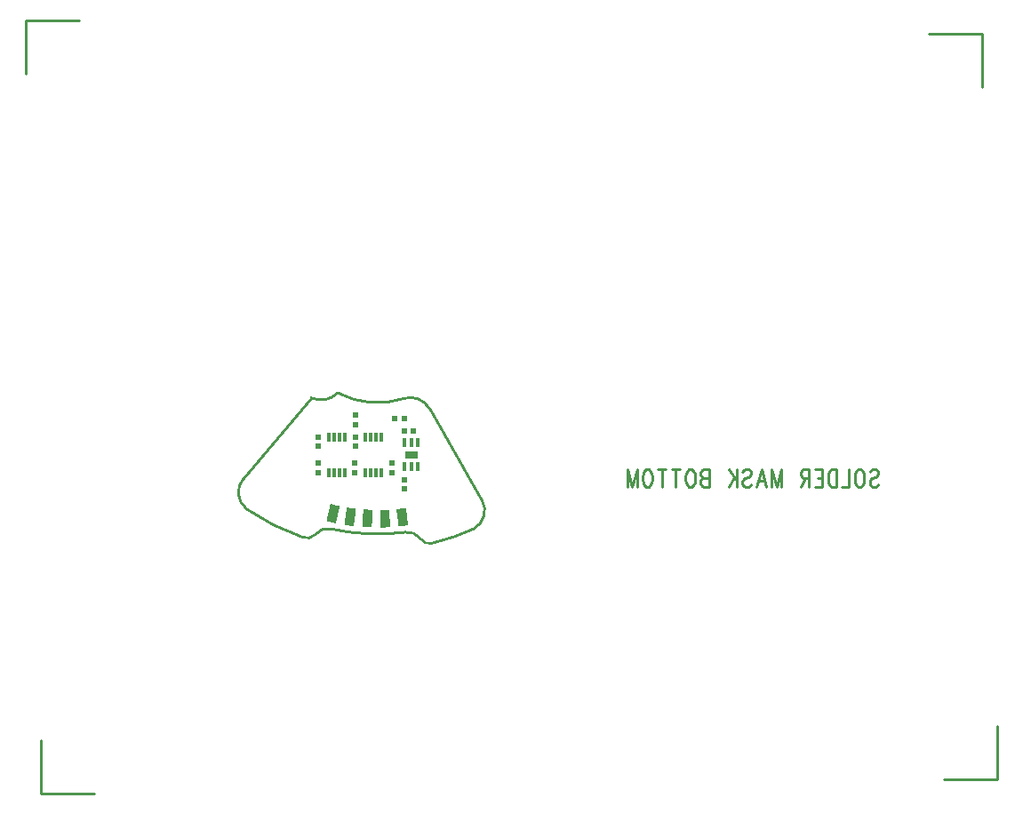
<source format=gbr>
*
*
G04 PADS 9.5 Build Number: 522968 generated Gerber (RS-274-X) file*
G04 PC Version=2.1*
*
%IN "LCORE_4.pcb"*%
*
%MOIN*%
*
%FSLAX35Y35*%
*
*
*
*
G04 PC Standard Apertures*
*
*
G04 Thermal Relief Aperture macro.*
%AMTER*
1,1,$1,0,0*
1,0,$1-$2,0,0*
21,0,$3,$4,0,0,45*
21,0,$3,$4,0,0,135*
%
*
*
G04 Annular Aperture macro.*
%AMANN*
1,1,$1,0,0*
1,0,$2,0,0*
%
*
*
G04 Odd Aperture macro.*
%AMODD*
1,1,$1,0,0*
1,0,$1-0.005,0,0*
%
*
*
G04 PC Custom Aperture Macros*
*
*
*
*
*
*
G04 PC Aperture Table*
*
%ADD010C,0.001*%
%ADD012C,0.01*%
%ADD027C,0.00039*%
%ADD028R,0.02365X0.02365*%
%ADD030R,0.01381X0.0335*%
%ADD037R,0.04924X0.03153*%
*
*
*
*
G04 PC Circuitry*
G04 Layer Name LCORE_4.pcb - circuitry*
%LPD*%
*
*
G04 PC Custom Flashes*
G04 Layer Name LCORE_4.pcb - flashes*
%LPD*%
*
*
G04 PC Circuitry*
G04 Layer Name LCORE_4.pcb - circuitry*
%LPD*%
*
G54D10*
G54D12*
G01X2134346Y1575633D02*
X2134801Y1576258D01*
X2135483Y1576570*
X2136392*
X2137074Y1576258*
X2137528Y1575633*
Y1575008*
X2137301Y1574383*
X2137074Y1574070*
X2136619Y1573758*
X2135255Y1573133*
X2134801Y1572820*
X2134574Y1572508*
X2134346Y1571883*
Y1570945*
X2134801Y1570320*
X2135483Y1570008*
X2136392*
X2137074Y1570320*
X2137528Y1570945*
X2130937Y1576570D02*
X2131392Y1576258D01*
X2131846Y1575633*
X2132074Y1575008*
X2132301Y1574070*
Y1572508*
X2132074Y1571570*
X2131846Y1570945*
X2131392Y1570320*
X2130937Y1570008*
X2130028*
X2129574Y1570320*
X2129119Y1570945*
X2128892Y1571570*
X2128665Y1572508*
Y1574070*
X2128892Y1575008*
X2129119Y1575633*
X2129574Y1576258*
X2130028Y1576570*
X2130937*
X2126619D02*
Y1570008D01*
X2123892*
X2121846Y1576570D02*
Y1570008D01*
Y1576570D02*
X2120255D01*
X2119574Y1576258*
X2119119Y1575633*
X2118892Y1575008*
X2118665Y1574070*
Y1572508*
X2118892Y1571570*
X2119119Y1570945*
X2119574Y1570320*
X2120255Y1570008*
X2121846*
X2116619Y1576570D02*
Y1570008D01*
Y1576570D02*
X2113665D01*
X2116619Y1573445D02*
X2114801D01*
X2116619Y1570008D02*
X2113665D01*
X2111619Y1576570D02*
Y1570008D01*
Y1576570D02*
X2109574D01*
X2108892Y1576258*
X2108665Y1575945*
X2108437Y1575320*
Y1574695*
X2108665Y1574070*
X2108892Y1573758*
X2109574Y1573445*
X2111619*
X2110028D02*
X2108437Y1570008D01*
X2101165Y1576570D02*
Y1570008D01*
Y1576570D02*
X2099346Y1570008D01*
X2097528Y1576570D02*
X2099346Y1570008D01*
X2097528Y1576570D02*
Y1570008D01*
X2093665Y1576570D02*
X2095483Y1570008D01*
X2093665Y1576570D02*
X2091846Y1570008D01*
X2094801Y1572195D02*
X2092528D01*
X2086619Y1575633D02*
X2087074Y1576258D01*
X2087755Y1576570*
X2088665*
X2089346Y1576258*
X2089801Y1575633*
Y1575008*
X2089574Y1574383*
X2089346Y1574070*
X2088892Y1573758*
X2087528Y1573133*
X2087074Y1572820*
X2086846Y1572508*
X2086619Y1571883*
Y1570945*
X2087074Y1570320*
X2087755Y1570008*
X2088665*
X2089346Y1570320*
X2089801Y1570945*
X2084574Y1576570D02*
Y1570008D01*
X2081392Y1576570D02*
X2084574Y1572195D01*
X2083437Y1573758D02*
X2081392Y1570008D01*
X2074119Y1576570D02*
Y1570008D01*
Y1576570D02*
X2072074D01*
X2071392Y1576258*
X2071165Y1575945*
X2070937Y1575320*
Y1574695*
X2071165Y1574070*
X2071392Y1573758*
X2072074Y1573445*
X2074119D02*
X2072074D01*
X2071392Y1573133*
X2071165Y1572820*
X2070937Y1572195*
Y1571258*
X2071165Y1570633*
X2071392Y1570320*
X2072074Y1570008*
X2074119*
X2067528Y1576570D02*
X2067983Y1576258D01*
X2068437Y1575633*
X2068665Y1575008*
X2068892Y1574070*
Y1572508*
X2068665Y1571570*
X2068437Y1570945*
X2067983Y1570320*
X2067528Y1570008*
X2066619*
X2066165Y1570320*
X2065710Y1570945*
X2065483Y1571570*
X2065255Y1572508*
Y1574070*
X2065483Y1575008*
X2065710Y1575633*
X2066165Y1576258*
X2066619Y1576570*
X2067528*
X2061619D02*
Y1570008D01*
X2063210Y1576570D02*
X2060028D01*
X2056392D02*
Y1570008D01*
X2057983Y1576570D02*
X2054801D01*
X2051392D02*
X2051846Y1576258D01*
X2052301Y1575633*
X2052528Y1575008*
X2052755Y1574070*
Y1572508*
X2052528Y1571570*
X2052301Y1570945*
X2051846Y1570320*
X2051392Y1570008*
X2050483*
X2050028Y1570320*
X2049574Y1570945*
X2049346Y1571570*
X2049119Y1572508*
Y1574070*
X2049346Y1575008*
X2049574Y1575633*
X2050028Y1576258*
X2050483Y1576570*
X2051392*
X2047074D02*
Y1570008D01*
Y1576570D02*
X2045255Y1570008D01*
X2043437Y1576570D02*
X2045255Y1570008D01*
X2043437Y1576570D02*
Y1570008D01*
X1900788Y1561558D02*
G75*
G03X1921809Y1551031I48934J71466D01*
G01X1921827Y1551025D02*
G03X1926389Y1552091I1471J3999D01*
G01X1932249Y1554225D02*
G03X1926391Y1552092I-1336J-5442D01*
G01X1932289Y1554216D02*
G03X1960292Y1552993I17468J78795D01*
G01X1965815Y1550567D02*
G03X1960269Y1552990I-4781J-3386D01*
G01X1965819Y1550561D02*
G03X1970341Y1548880I3345J2074D01*
G01X1970380Y1548889D02*
G03X1985922Y1554286I-20514J84150D01*
G01X1985913Y1554281D02*
G03X1988944Y1564993I-3840J6872D01*
G01X1988940Y1564999D02*
X1969016Y1599606D01*
X1969018Y1599603D02*
G03X1959686Y1603148I-6910J-4135D01*
G01X1934880Y1605240D02*
G03X1959709Y1603156I14835J27784D01*
G01X1924884Y1603377D02*
G03X1934851Y1605260I3644J8033D01*
G01X1924879Y1603379D02*
X1899587Y1573281D01*
X1899585Y1573278D02*
G03X1900763Y1561574I5923J-5315D01*
G01X1837791Y1744944D02*
X1817791D01*
Y1724944*
X1823603Y1475056D02*
Y1455056D01*
X1843603*
X2162209Y1460312D02*
X2182209D01*
Y1480312*
X2176373Y1719944D02*
Y1739944D01*
X2156373*
G54D27*
X1944401Y1561458D02*
X1944079Y1555306D01*
X1947235Y1555141*
X1947557Y1561293*
X1944401Y1561458*
X1947235Y1555141D02*
X1947235D01*
X1946484Y1555180D02*
X1947237D01*
X1945733Y1555219D02*
X1947239D01*
X1944981Y1555259D02*
X1947241D01*
X1944230Y1555298D02*
X1947243D01*
X1944080Y1555337D02*
X1947245D01*
X1944082Y1555377D02*
X1947247D01*
X1944084Y1555416D02*
X1947249D01*
X1944087Y1555456D02*
X1947251D01*
X1944089Y1555495D02*
X1947254D01*
X1944091Y1555534D02*
X1947256D01*
X1944093Y1555574D02*
X1947258D01*
X1944095Y1555613D02*
X1947260D01*
X1944097Y1555652D02*
X1947262D01*
X1944099Y1555692D02*
X1947264D01*
X1944101Y1555731D02*
X1947266D01*
X1944103Y1555770D02*
X1947268D01*
X1944105Y1555810D02*
X1947270D01*
X1944107Y1555849D02*
X1947272D01*
X1944109Y1555889D02*
X1947274D01*
X1944111Y1555928D02*
X1947276D01*
X1944113Y1555967D02*
X1947278D01*
X1944115Y1556007D02*
X1947280D01*
X1944117Y1556046D02*
X1947282D01*
X1944120Y1556085D02*
X1947285D01*
X1944122Y1556125D02*
X1947287D01*
X1944124Y1556164D02*
X1947289D01*
X1944126Y1556204D02*
X1947291D01*
X1944128Y1556243D02*
X1947293D01*
X1944130Y1556282D02*
X1947295D01*
X1944132Y1556322D02*
X1947297D01*
X1944134Y1556361D02*
X1947299D01*
X1944136Y1556400D02*
X1947301D01*
X1944138Y1556440D02*
X1947303D01*
X1944140Y1556479D02*
X1947305D01*
X1944142Y1556519D02*
X1947307D01*
X1944144Y1556558D02*
X1947309D01*
X1944146Y1556597D02*
X1947311D01*
X1944148Y1556637D02*
X1947313D01*
X1944150Y1556676D02*
X1947315D01*
X1944153Y1556715D02*
X1947318D01*
X1944155Y1556755D02*
X1947320D01*
X1944157Y1556794D02*
X1947322D01*
X1944159Y1556833D02*
X1947324D01*
X1944161Y1556873D02*
X1947326D01*
X1944163Y1556912D02*
X1947328D01*
X1944165Y1556952D02*
X1947330D01*
X1944167Y1556991D02*
X1947332D01*
X1944169Y1557030D02*
X1947334D01*
X1944171Y1557070D02*
X1947336D01*
X1944173Y1557109D02*
X1947338D01*
X1944175Y1557148D02*
X1947340D01*
X1944177Y1557188D02*
X1947342D01*
X1944179Y1557227D02*
X1947344D01*
X1944181Y1557267D02*
X1947346D01*
X1944183Y1557306D02*
X1947348D01*
X1944186Y1557345D02*
X1947351D01*
X1944188Y1557385D02*
X1947353D01*
X1944190Y1557424D02*
X1947355D01*
X1944192Y1557463D02*
X1947357D01*
X1944194Y1557503D02*
X1947359D01*
X1944196Y1557542D02*
X1947361D01*
X1944198Y1557582D02*
X1947363D01*
X1944200Y1557621D02*
X1947365D01*
X1944202Y1557660D02*
X1947367D01*
X1944204Y1557700D02*
X1947369D01*
X1944206Y1557739D02*
X1947371D01*
X1944208Y1557778D02*
X1947373D01*
X1944210Y1557818D02*
X1947375D01*
X1944212Y1557857D02*
X1947377D01*
X1944214Y1557896D02*
X1947379D01*
X1944217Y1557936D02*
X1947381D01*
X1944219Y1557975D02*
X1947384D01*
X1944221Y1558015D02*
X1947386D01*
X1944223Y1558054D02*
X1947388D01*
X1944225Y1558093D02*
X1947390D01*
X1944227Y1558133D02*
X1947392D01*
X1944229Y1558172D02*
X1947394D01*
X1944231Y1558211D02*
X1947396D01*
X1944233Y1558251D02*
X1947398D01*
X1944235Y1558290D02*
X1947400D01*
X1944237Y1558330D02*
X1947402D01*
X1944239Y1558369D02*
X1947404D01*
X1944241Y1558408D02*
X1947406D01*
X1944243Y1558448D02*
X1947408D01*
X1944245Y1558487D02*
X1947410D01*
X1944247Y1558526D02*
X1947412D01*
X1944250Y1558566D02*
X1947414D01*
X1944252Y1558605D02*
X1947417D01*
X1944254Y1558645D02*
X1947419D01*
X1944256Y1558684D02*
X1947421D01*
X1944258Y1558723D02*
X1947423D01*
X1944260Y1558763D02*
X1947425D01*
X1944262Y1558802D02*
X1947427D01*
X1944264Y1558841D02*
X1947429D01*
X1944266Y1558881D02*
X1947431D01*
X1944268Y1558920D02*
X1947433D01*
X1944270Y1558959D02*
X1947435D01*
X1944272Y1558999D02*
X1947437D01*
X1944274Y1559038D02*
X1947439D01*
X1944276Y1559078D02*
X1947441D01*
X1944278Y1559117D02*
X1947443D01*
X1944280Y1559156D02*
X1947445D01*
X1944283Y1559196D02*
X1947448D01*
X1944285Y1559235D02*
X1947450D01*
X1944287Y1559274D02*
X1947452D01*
X1944289Y1559314D02*
X1947454D01*
X1944291Y1559353D02*
X1947456D01*
X1944293Y1559393D02*
X1947458D01*
X1944295Y1559432D02*
X1947460D01*
X1944297Y1559471D02*
X1947462D01*
X1944299Y1559511D02*
X1947464D01*
X1944301Y1559550D02*
X1947466D01*
X1944303Y1559589D02*
X1947468D01*
X1944305Y1559629D02*
X1947470D01*
X1944307Y1559668D02*
X1947472D01*
X1944309Y1559707D02*
X1947474D01*
X1944311Y1559747D02*
X1947476D01*
X1944313Y1559786D02*
X1947478D01*
X1944316Y1559826D02*
X1947481D01*
X1944318Y1559865D02*
X1947483D01*
X1944320Y1559904D02*
X1947485D01*
X1944322Y1559944D02*
X1947487D01*
X1944324Y1559983D02*
X1947489D01*
X1944326Y1560022D02*
X1947491D01*
X1944328Y1560062D02*
X1947493D01*
X1944330Y1560101D02*
X1947495D01*
X1944332Y1560141D02*
X1947497D01*
X1944334Y1560180D02*
X1947499D01*
X1944336Y1560219D02*
X1947501D01*
X1944338Y1560259D02*
X1947503D01*
X1944340Y1560298D02*
X1947505D01*
X1944342Y1560337D02*
X1947507D01*
X1944344Y1560377D02*
X1947509D01*
X1944346Y1560416D02*
X1947511D01*
X1944349Y1560456D02*
X1947514D01*
X1944351Y1560495D02*
X1947516D01*
X1944353Y1560534D02*
X1947518D01*
X1944355Y1560574D02*
X1947520D01*
X1944357Y1560613D02*
X1947522D01*
X1944359Y1560652D02*
X1947524D01*
X1944361Y1560692D02*
X1947526D01*
X1944363Y1560731D02*
X1947528D01*
X1944365Y1560770D02*
X1947530D01*
X1944367Y1560810D02*
X1947532D01*
X1944369Y1560849D02*
X1947534D01*
X1944371Y1560889D02*
X1947536D01*
X1944373Y1560928D02*
X1947538D01*
X1944375Y1560967D02*
X1947540D01*
X1944377Y1561007D02*
X1947542D01*
X1944380Y1561046D02*
X1947544D01*
X1944382Y1561085D02*
X1947547D01*
X1944384Y1561125D02*
X1947549D01*
X1944386Y1561164D02*
X1947551D01*
X1944388Y1561204D02*
X1947553D01*
X1944390Y1561243D02*
X1947555D01*
X1944392Y1561282D02*
X1947557D01*
X1944394Y1561322D02*
X1947006D01*
X1944396Y1561361D02*
X1946254D01*
X1944398Y1561400D02*
X1945503D01*
X1944400Y1561440D02*
X1944752D01*
X1944079Y1555306D02*
X1944079D01*
X1944118Y1555304D02*
Y1556057D01*
X1944157Y1555302D02*
Y1556808D01*
X1944197Y1555300D02*
Y1557560D01*
X1944236Y1555298D02*
Y1558311D01*
X1944276Y1555296D02*
Y1559062D01*
X1944315Y1555294D02*
Y1559813D01*
X1944354Y1555292D02*
Y1560565D01*
X1944394Y1555289D02*
Y1561316D01*
X1944433Y1555287D02*
Y1561456D01*
X1944472Y1555285D02*
Y1561454D01*
X1944512Y1555283D02*
Y1561452D01*
X1944551Y1555281D02*
Y1561450D01*
X1944590Y1555279D02*
Y1561448D01*
X1944630Y1555277D02*
Y1561446D01*
X1944669Y1555275D02*
Y1561444D01*
X1944709Y1555273D02*
Y1561442D01*
X1944748Y1555271D02*
Y1561440D01*
X1944787Y1555269D02*
Y1561438D01*
X1944827Y1555267D02*
Y1561436D01*
X1944866Y1555265D02*
Y1561434D01*
X1944905Y1555263D02*
Y1561432D01*
X1944945Y1555261D02*
Y1561430D01*
X1944984Y1555259D02*
Y1561428D01*
X1945024Y1555256D02*
Y1561426D01*
X1945063Y1555254D02*
Y1561423D01*
X1945102Y1555252D02*
Y1561421D01*
X1945142Y1555250D02*
Y1561419D01*
X1945181Y1555248D02*
Y1561417D01*
X1945220Y1555246D02*
Y1561415D01*
X1945260Y1555244D02*
Y1561413D01*
X1945299Y1555242D02*
Y1561411D01*
X1945339Y1555240D02*
Y1561409D01*
X1945378Y1555238D02*
Y1561407D01*
X1945417Y1555236D02*
Y1561405D01*
X1945457Y1555234D02*
Y1561403D01*
X1945496Y1555232D02*
Y1561401D01*
X1945535Y1555230D02*
Y1561399D01*
X1945575Y1555228D02*
Y1561397D01*
X1945614Y1555226D02*
Y1561395D01*
X1945653Y1555223D02*
Y1561393D01*
X1945693Y1555221D02*
Y1561390D01*
X1945732Y1555219D02*
Y1561388D01*
X1945772Y1555217D02*
Y1561386D01*
X1945811Y1555215D02*
Y1561384D01*
X1945850Y1555213D02*
Y1561382D01*
X1945890Y1555211D02*
Y1561380D01*
X1945929Y1555209D02*
Y1561378D01*
X1945968Y1555207D02*
Y1561376D01*
X1946008Y1555205D02*
Y1561374D01*
X1946047Y1555203D02*
Y1561372D01*
X1946087Y1555201D02*
Y1561370D01*
X1946126Y1555199D02*
Y1561368D01*
X1946165Y1555197D02*
Y1561366D01*
X1946205Y1555195D02*
Y1561364D01*
X1946244Y1555192D02*
Y1561362D01*
X1946283Y1555190D02*
Y1561360D01*
X1946323Y1555188D02*
Y1561357D01*
X1946362Y1555186D02*
Y1561355D01*
X1946402Y1555184D02*
Y1561353D01*
X1946441Y1555182D02*
Y1561351D01*
X1946480Y1555180D02*
Y1561349D01*
X1946520Y1555178D02*
Y1561347D01*
X1946559Y1555176D02*
Y1561345D01*
X1946598Y1555174D02*
Y1561343D01*
X1946638Y1555172D02*
Y1561341D01*
X1946677Y1555170D02*
Y1561339D01*
X1946716Y1555168D02*
Y1561337D01*
X1946756Y1555166D02*
Y1561335D01*
X1946795Y1555164D02*
Y1561333D01*
X1946835Y1555162D02*
Y1561331D01*
X1946874Y1555159D02*
Y1561329D01*
X1946913Y1555157D02*
Y1561327D01*
X1946953Y1555155D02*
Y1561324D01*
X1946992Y1555153D02*
Y1561322D01*
X1947031Y1555151D02*
Y1561320D01*
X1947071Y1555149D02*
Y1561318D01*
X1947110Y1555147D02*
Y1561316D01*
X1947150Y1555145D02*
Y1561314D01*
X1947189Y1555143D02*
Y1561312D01*
X1947228Y1555141D02*
Y1561310D01*
X1947268Y1555764D02*
Y1561308D01*
X1947307Y1556515D02*
Y1561306D01*
X1947346Y1557267D02*
Y1561304D01*
X1947386Y1558018D02*
Y1561302D01*
X1947425Y1558769D02*
Y1561300D01*
X1947465Y1559520D02*
Y1561298D01*
X1947504Y1560271D02*
Y1561296D01*
X1947543Y1561023D02*
Y1561293D01*
X1950657Y1561266D02*
X1950872Y1555109D01*
X1954030Y1555219*
X1953815Y1561376*
X1950657Y1561266*
X1950872Y1555109D02*
X1950872D01*
X1950870Y1555148D02*
X1951999D01*
X1950869Y1555188D02*
X1953127D01*
X1950868Y1555227D02*
X1954030D01*
X1950866Y1555266D02*
X1954029D01*
X1950865Y1555306D02*
X1954027D01*
X1950863Y1555345D02*
X1954026D01*
X1950862Y1555384D02*
X1954025D01*
X1950861Y1555424D02*
X1954023D01*
X1950859Y1555463D02*
X1954022D01*
X1950858Y1555503D02*
X1954020D01*
X1950857Y1555542D02*
X1954019D01*
X1950855Y1555581D02*
X1954018D01*
X1950854Y1555621D02*
X1954016D01*
X1950852Y1555660D02*
X1954015D01*
X1950851Y1555699D02*
X1954014D01*
X1950850Y1555739D02*
X1954012D01*
X1950848Y1555778D02*
X1954011D01*
X1950847Y1555817D02*
X1954009D01*
X1950846Y1555857D02*
X1954008D01*
X1950844Y1555896D02*
X1954007D01*
X1950843Y1555936D02*
X1954005D01*
X1950841Y1555975D02*
X1954004D01*
X1950840Y1556014D02*
X1954003D01*
X1950839Y1556054D02*
X1954001D01*
X1950837Y1556093D02*
X1954000D01*
X1950836Y1556132D02*
X1953998D01*
X1950835Y1556172D02*
X1953997D01*
X1950833Y1556211D02*
X1953996D01*
X1950832Y1556251D02*
X1953994D01*
X1950830Y1556290D02*
X1953993D01*
X1950829Y1556329D02*
X1953992D01*
X1950828Y1556369D02*
X1953990D01*
X1950826Y1556408D02*
X1953989D01*
X1950825Y1556447D02*
X1953987D01*
X1950824Y1556487D02*
X1953986D01*
X1950822Y1556526D02*
X1953985D01*
X1950821Y1556566D02*
X1953983D01*
X1950819Y1556605D02*
X1953982D01*
X1950818Y1556644D02*
X1953981D01*
X1950817Y1556684D02*
X1953979D01*
X1950815Y1556723D02*
X1953978D01*
X1950814Y1556762D02*
X1953976D01*
X1950813Y1556802D02*
X1953975D01*
X1950811Y1556841D02*
X1953974D01*
X1950810Y1556880D02*
X1953972D01*
X1950808Y1556920D02*
X1953971D01*
X1950807Y1556959D02*
X1953970D01*
X1950806Y1556999D02*
X1953968D01*
X1950804Y1557038D02*
X1953967D01*
X1950803Y1557077D02*
X1953965D01*
X1950802Y1557117D02*
X1953964D01*
X1950800Y1557156D02*
X1953963D01*
X1950799Y1557195D02*
X1953961D01*
X1950797Y1557235D02*
X1953960D01*
X1950796Y1557274D02*
X1953959D01*
X1950795Y1557314D02*
X1953957D01*
X1950793Y1557353D02*
X1953956D01*
X1950792Y1557392D02*
X1953954D01*
X1950791Y1557432D02*
X1953953D01*
X1950789Y1557471D02*
X1953952D01*
X1950788Y1557510D02*
X1953950D01*
X1950786Y1557550D02*
X1953949D01*
X1950785Y1557589D02*
X1953948D01*
X1950784Y1557629D02*
X1953946D01*
X1950782Y1557668D02*
X1953945D01*
X1950781Y1557707D02*
X1953943D01*
X1950780Y1557747D02*
X1953942D01*
X1950778Y1557786D02*
X1953941D01*
X1950777Y1557825D02*
X1953939D01*
X1950775Y1557865D02*
X1953938D01*
X1950774Y1557904D02*
X1953937D01*
X1950773Y1557943D02*
X1953935D01*
X1950771Y1557983D02*
X1953934D01*
X1950770Y1558022D02*
X1953932D01*
X1950769Y1558062D02*
X1953931D01*
X1950767Y1558101D02*
X1953930D01*
X1950766Y1558140D02*
X1953928D01*
X1950764Y1558180D02*
X1953927D01*
X1950763Y1558219D02*
X1953926D01*
X1950762Y1558258D02*
X1953924D01*
X1950760Y1558298D02*
X1953923D01*
X1950759Y1558337D02*
X1953922D01*
X1950758Y1558377D02*
X1953920D01*
X1950756Y1558416D02*
X1953919D01*
X1950755Y1558455D02*
X1953917D01*
X1950753Y1558495D02*
X1953916D01*
X1950752Y1558534D02*
X1953915D01*
X1950751Y1558573D02*
X1953913D01*
X1950749Y1558613D02*
X1953912D01*
X1950748Y1558652D02*
X1953911D01*
X1950747Y1558692D02*
X1953909D01*
X1950745Y1558731D02*
X1953908D01*
X1950744Y1558770D02*
X1953906D01*
X1950742Y1558810D02*
X1953905D01*
X1950741Y1558849D02*
X1953904D01*
X1950740Y1558888D02*
X1953902D01*
X1950738Y1558928D02*
X1953901D01*
X1950737Y1558967D02*
X1953900D01*
X1950736Y1559006D02*
X1953898D01*
X1950734Y1559046D02*
X1953897D01*
X1950733Y1559085D02*
X1953895D01*
X1950731Y1559125D02*
X1953894D01*
X1950730Y1559164D02*
X1953893D01*
X1950729Y1559203D02*
X1953891D01*
X1950727Y1559243D02*
X1953890D01*
X1950726Y1559282D02*
X1953889D01*
X1950725Y1559321D02*
X1953887D01*
X1950723Y1559361D02*
X1953886D01*
X1950722Y1559400D02*
X1953884D01*
X1950720Y1559440D02*
X1953883D01*
X1950719Y1559479D02*
X1953882D01*
X1950718Y1559518D02*
X1953880D01*
X1950716Y1559558D02*
X1953879D01*
X1950715Y1559597D02*
X1953878D01*
X1950714Y1559636D02*
X1953876D01*
X1950712Y1559676D02*
X1953875D01*
X1950711Y1559715D02*
X1953873D01*
X1950709Y1559754D02*
X1953872D01*
X1950708Y1559794D02*
X1953871D01*
X1950707Y1559833D02*
X1953869D01*
X1950705Y1559873D02*
X1953868D01*
X1950704Y1559912D02*
X1953867D01*
X1950703Y1559951D02*
X1953865D01*
X1950701Y1559991D02*
X1953864D01*
X1950700Y1560030D02*
X1953862D01*
X1950698Y1560069D02*
X1953861D01*
X1950697Y1560109D02*
X1953860D01*
X1950696Y1560148D02*
X1953858D01*
X1950694Y1560188D02*
X1953857D01*
X1950693Y1560227D02*
X1953856D01*
X1950692Y1560266D02*
X1953854D01*
X1950690Y1560306D02*
X1953853D01*
X1950689Y1560345D02*
X1953851D01*
X1950687Y1560384D02*
X1953850D01*
X1950686Y1560424D02*
X1953849D01*
X1950685Y1560463D02*
X1953847D01*
X1950683Y1560503D02*
X1953846D01*
X1950682Y1560542D02*
X1953845D01*
X1950681Y1560581D02*
X1953843D01*
X1950679Y1560621D02*
X1953842D01*
X1950678Y1560660D02*
X1953840D01*
X1950676Y1560699D02*
X1953839D01*
X1950675Y1560739D02*
X1953838D01*
X1950674Y1560778D02*
X1953836D01*
X1950672Y1560817D02*
X1953835D01*
X1950671Y1560857D02*
X1953834D01*
X1950670Y1560896D02*
X1953832D01*
X1950668Y1560936D02*
X1953831D01*
X1950667Y1560975D02*
X1953829D01*
X1950665Y1561014D02*
X1953828D01*
X1950664Y1561054D02*
X1953827D01*
X1950663Y1561093D02*
X1953825D01*
X1950661Y1561132D02*
X1953824D01*
X1950660Y1561172D02*
X1953823D01*
X1950659Y1561211D02*
X1953821D01*
X1950657Y1561251D02*
X1953820D01*
X1951350Y1561290D02*
X1953818D01*
X1952478Y1561329D02*
X1953817D01*
X1953605Y1561369D02*
X1953816D01*
X1950678Y1560660D02*
Y1561266D01*
X1950717Y1559533D02*
Y1561268D01*
X1950757Y1558405D02*
Y1561269D01*
X1950796Y1557278D02*
Y1561271D01*
X1950835Y1556151D02*
Y1561272D01*
X1950875Y1555109D02*
Y1561273D01*
X1950914Y1555110D02*
Y1561275D01*
X1950953Y1555112D02*
Y1561276D01*
X1950993Y1555113D02*
Y1561277D01*
X1951032Y1555114D02*
Y1561279D01*
X1951072Y1555116D02*
Y1561280D01*
X1951111Y1555117D02*
Y1561282D01*
X1951150Y1555119D02*
Y1561283D01*
X1951190Y1555120D02*
Y1561284D01*
X1951229Y1555121D02*
Y1561286D01*
X1951268Y1555123D02*
Y1561287D01*
X1951308Y1555124D02*
Y1561288D01*
X1951347Y1555125D02*
Y1561290D01*
X1951386Y1555127D02*
Y1561291D01*
X1951426Y1555128D02*
Y1561293D01*
X1951465Y1555130D02*
Y1561294D01*
X1951505Y1555131D02*
Y1561295D01*
X1951544Y1555132D02*
Y1561297D01*
X1951583Y1555134D02*
Y1561298D01*
X1951623Y1555135D02*
Y1561299D01*
X1951662Y1555136D02*
Y1561301D01*
X1951701Y1555138D02*
Y1561302D01*
X1951741Y1555139D02*
Y1561304D01*
X1951780Y1555141D02*
Y1561305D01*
X1951820Y1555142D02*
Y1561306D01*
X1951859Y1555143D02*
Y1561308D01*
X1951898Y1555145D02*
Y1561309D01*
X1951938Y1555146D02*
Y1561310D01*
X1951977Y1555147D02*
Y1561312D01*
X1952016Y1555149D02*
Y1561313D01*
X1952056Y1555150D02*
Y1561315D01*
X1952095Y1555152D02*
Y1561316D01*
X1952135Y1555153D02*
Y1561317D01*
X1952174Y1555154D02*
Y1561319D01*
X1952213Y1555156D02*
Y1561320D01*
X1952253Y1555157D02*
Y1561321D01*
X1952292Y1555158D02*
Y1561323D01*
X1952331Y1555160D02*
Y1561324D01*
X1952371Y1555161D02*
Y1561326D01*
X1952410Y1555163D02*
Y1561327D01*
X1952449Y1555164D02*
Y1561328D01*
X1952489Y1555165D02*
Y1561330D01*
X1952528Y1555167D02*
Y1561331D01*
X1952568Y1555168D02*
Y1561332D01*
X1952607Y1555169D02*
Y1561334D01*
X1952646Y1555171D02*
Y1561335D01*
X1952686Y1555172D02*
Y1561337D01*
X1952725Y1555174D02*
Y1561338D01*
X1952764Y1555175D02*
Y1561339D01*
X1952804Y1555176D02*
Y1561341D01*
X1952843Y1555178D02*
Y1561342D01*
X1952883Y1555179D02*
Y1561343D01*
X1952922Y1555180D02*
Y1561345D01*
X1952961Y1555182D02*
Y1561346D01*
X1953001Y1555183D02*
Y1561348D01*
X1953040Y1555185D02*
Y1561349D01*
X1953079Y1555186D02*
Y1561350D01*
X1953119Y1555187D02*
Y1561352D01*
X1953158Y1555189D02*
Y1561353D01*
X1953198Y1555190D02*
Y1561354D01*
X1953237Y1555191D02*
Y1561356D01*
X1953276Y1555193D02*
Y1561357D01*
X1953316Y1555194D02*
Y1561359D01*
X1953355Y1555196D02*
Y1561360D01*
X1953394Y1555197D02*
Y1561361D01*
X1953434Y1555198D02*
Y1561363D01*
X1953473Y1555200D02*
Y1561364D01*
X1953512Y1555201D02*
Y1561365D01*
X1953552Y1555202D02*
Y1561367D01*
X1953591Y1555204D02*
Y1561368D01*
X1953631Y1555205D02*
Y1561370D01*
X1953670Y1555207D02*
Y1561371D01*
X1953709Y1555208D02*
Y1561372D01*
X1953749Y1555209D02*
Y1561374D01*
X1953788Y1555211D02*
Y1561375D01*
X1953827Y1555212D02*
Y1561031D01*
X1953867Y1555213D02*
Y1559904D01*
X1953906Y1555215D02*
Y1558776D01*
X1953946Y1555216D02*
Y1557649D01*
X1953985Y1555218D02*
Y1556521D01*
X1954024Y1555219D02*
Y1555394D01*
X1932059Y1563471D02*
X1930673Y1557468D01*
X1933753Y1556757*
X1935139Y1562760*
X1932059Y1563471*
X1933753Y1556757D02*
X1933753D01*
X1933582Y1556797D02*
X1933762D01*
X1933412Y1556836D02*
X1933771D01*
X1933241Y1556875D02*
X1933780D01*
X1933071Y1556915D02*
X1933789D01*
X1932900Y1556954D02*
X1933798D01*
X1932730Y1556993D02*
X1933807D01*
X1932559Y1557033D02*
X1933816D01*
X1932389Y1557072D02*
X1933825D01*
X1932218Y1557112D02*
X1933835D01*
X1932047Y1557151D02*
X1933844D01*
X1931877Y1557190D02*
X1933853D01*
X1931706Y1557230D02*
X1933862D01*
X1931536Y1557269D02*
X1933871D01*
X1931365Y1557308D02*
X1933880D01*
X1931195Y1557348D02*
X1933889D01*
X1931024Y1557387D02*
X1933898D01*
X1930854Y1557426D02*
X1933907D01*
X1930683Y1557466D02*
X1933916D01*
X1930682Y1557505D02*
X1933925D01*
X1930691Y1557545D02*
X1933935D01*
X1930700Y1557584D02*
X1933944D01*
X1930709Y1557623D02*
X1933953D01*
X1930718Y1557663D02*
X1933962D01*
X1930727Y1557702D02*
X1933971D01*
X1930736Y1557741D02*
X1933980D01*
X1930745Y1557781D02*
X1933989D01*
X1930754Y1557820D02*
X1933998D01*
X1930764Y1557860D02*
X1934007D01*
X1930773Y1557899D02*
X1934016D01*
X1930782Y1557938D02*
X1934025D01*
X1930791Y1557978D02*
X1934035D01*
X1930800Y1558017D02*
X1934044D01*
X1930809Y1558056D02*
X1934053D01*
X1930818Y1558096D02*
X1934062D01*
X1930827Y1558135D02*
X1934071D01*
X1930836Y1558175D02*
X1934080D01*
X1930845Y1558214D02*
X1934089D01*
X1930854Y1558253D02*
X1934098D01*
X1930864Y1558293D02*
X1934107D01*
X1930873Y1558332D02*
X1934116D01*
X1930882Y1558371D02*
X1934125D01*
X1930891Y1558411D02*
X1934135D01*
X1930900Y1558450D02*
X1934144D01*
X1930909Y1558489D02*
X1934153D01*
X1930918Y1558529D02*
X1934162D01*
X1930927Y1558568D02*
X1934171D01*
X1930936Y1558608D02*
X1934180D01*
X1930945Y1558647D02*
X1934189D01*
X1930954Y1558686D02*
X1934198D01*
X1930963Y1558726D02*
X1934207D01*
X1930973Y1558765D02*
X1934216D01*
X1930982Y1558804D02*
X1934225D01*
X1930991Y1558844D02*
X1934235D01*
X1931000Y1558883D02*
X1934244D01*
X1931009Y1558923D02*
X1934253D01*
X1931018Y1558962D02*
X1934262D01*
X1931027Y1559001D02*
X1934271D01*
X1931036Y1559041D02*
X1934280D01*
X1931045Y1559080D02*
X1934289D01*
X1931054Y1559119D02*
X1934298D01*
X1931063Y1559159D02*
X1934307D01*
X1931073Y1559198D02*
X1934316D01*
X1931082Y1559238D02*
X1934325D01*
X1931091Y1559277D02*
X1934334D01*
X1931100Y1559316D02*
X1934344D01*
X1931109Y1559356D02*
X1934353D01*
X1931118Y1559395D02*
X1934362D01*
X1931127Y1559434D02*
X1934371D01*
X1931136Y1559474D02*
X1934380D01*
X1931145Y1559513D02*
X1934389D01*
X1931154Y1559552D02*
X1934398D01*
X1931163Y1559592D02*
X1934407D01*
X1931173Y1559631D02*
X1934416D01*
X1931182Y1559671D02*
X1934425D01*
X1931191Y1559710D02*
X1934434D01*
X1931200Y1559749D02*
X1934444D01*
X1931209Y1559789D02*
X1934453D01*
X1931218Y1559828D02*
X1934462D01*
X1931227Y1559867D02*
X1934471D01*
X1931236Y1559907D02*
X1934480D01*
X1931245Y1559946D02*
X1934489D01*
X1931254Y1559986D02*
X1934498D01*
X1931263Y1560025D02*
X1934507D01*
X1931273Y1560064D02*
X1934516D01*
X1931282Y1560104D02*
X1934525D01*
X1931291Y1560143D02*
X1934534D01*
X1931300Y1560182D02*
X1934544D01*
X1931309Y1560222D02*
X1934553D01*
X1931318Y1560261D02*
X1934562D01*
X1931327Y1560300D02*
X1934571D01*
X1931336Y1560340D02*
X1934580D01*
X1931345Y1560379D02*
X1934589D01*
X1931354Y1560419D02*
X1934598D01*
X1931363Y1560458D02*
X1934607D01*
X1931373Y1560497D02*
X1934616D01*
X1931382Y1560537D02*
X1934625D01*
X1931391Y1560576D02*
X1934634D01*
X1931400Y1560615D02*
X1934644D01*
X1931409Y1560655D02*
X1934653D01*
X1931418Y1560694D02*
X1934662D01*
X1931427Y1560734D02*
X1934671D01*
X1931436Y1560773D02*
X1934680D01*
X1931445Y1560812D02*
X1934689D01*
X1931454Y1560852D02*
X1934698D01*
X1931463Y1560891D02*
X1934707D01*
X1931472Y1560930D02*
X1934716D01*
X1931482Y1560970D02*
X1934725D01*
X1931491Y1561009D02*
X1934734D01*
X1931500Y1561049D02*
X1934744D01*
X1931509Y1561088D02*
X1934753D01*
X1931518Y1561127D02*
X1934762D01*
X1931527Y1561167D02*
X1934771D01*
X1931536Y1561206D02*
X1934780D01*
X1931545Y1561245D02*
X1934789D01*
X1931554Y1561285D02*
X1934798D01*
X1931563Y1561324D02*
X1934807D01*
X1931572Y1561363D02*
X1934816D01*
X1931582Y1561403D02*
X1934825D01*
X1931591Y1561442D02*
X1934834D01*
X1931600Y1561482D02*
X1934843D01*
X1931609Y1561521D02*
X1934853D01*
X1931618Y1561560D02*
X1934862D01*
X1931627Y1561600D02*
X1934871D01*
X1931636Y1561639D02*
X1934880D01*
X1931645Y1561678D02*
X1934889D01*
X1931654Y1561718D02*
X1934898D01*
X1931663Y1561757D02*
X1934907D01*
X1931672Y1561797D02*
X1934916D01*
X1931682Y1561836D02*
X1934925D01*
X1931691Y1561875D02*
X1934934D01*
X1931700Y1561915D02*
X1934943D01*
X1931709Y1561954D02*
X1934953D01*
X1931718Y1561993D02*
X1934962D01*
X1931727Y1562033D02*
X1934971D01*
X1931736Y1562072D02*
X1934980D01*
X1931745Y1562112D02*
X1934989D01*
X1931754Y1562151D02*
X1934998D01*
X1931763Y1562190D02*
X1935007D01*
X1931772Y1562230D02*
X1935016D01*
X1931782Y1562269D02*
X1935025D01*
X1931791Y1562308D02*
X1935034D01*
X1931800Y1562348D02*
X1935043D01*
X1931809Y1562387D02*
X1935053D01*
X1931818Y1562426D02*
X1935062D01*
X1931827Y1562466D02*
X1935071D01*
X1931836Y1562505D02*
X1935080D01*
X1931845Y1562545D02*
X1935089D01*
X1931854Y1562584D02*
X1935098D01*
X1931863Y1562623D02*
X1935107D01*
X1931872Y1562663D02*
X1935116D01*
X1931882Y1562702D02*
X1935125D01*
X1931891Y1562741D02*
X1935134D01*
X1931900Y1562781D02*
X1935048D01*
X1931909Y1562820D02*
X1934878D01*
X1931918Y1562860D02*
X1934707D01*
X1931927Y1562899D02*
X1934537D01*
X1931936Y1562938D02*
X1934366D01*
X1931945Y1562978D02*
X1934195D01*
X1931954Y1563017D02*
X1934025D01*
X1931963Y1563056D02*
X1933854D01*
X1931972Y1563096D02*
X1933684D01*
X1931981Y1563135D02*
X1933513D01*
X1931991Y1563175D02*
X1933343D01*
X1932000Y1563214D02*
X1933172D01*
X1932009Y1563253D02*
X1933002D01*
X1932018Y1563293D02*
X1932831D01*
X1932027Y1563332D02*
X1932661D01*
X1932036Y1563371D02*
X1932490D01*
X1932045Y1563411D02*
X1932320D01*
X1932054Y1563450D02*
X1932149D01*
X1930673Y1557468D02*
X1930673D01*
X1930713Y1557459D02*
Y1557639D01*
X1930752Y1557450D02*
Y1557809D01*
X1930791Y1557441D02*
Y1557980D01*
X1930831Y1557432D02*
Y1558150D01*
X1930870Y1557423D02*
Y1558321D01*
X1930909Y1557414D02*
Y1558491D01*
X1930949Y1557405D02*
Y1558662D01*
X1930988Y1557395D02*
Y1558832D01*
X1931027Y1557386D02*
Y1559003D01*
X1931067Y1557377D02*
Y1559173D01*
X1931106Y1557368D02*
Y1559344D01*
X1931146Y1557359D02*
Y1559515D01*
X1931185Y1557350D02*
Y1559685D01*
X1931224Y1557341D02*
Y1559856D01*
X1931264Y1557332D02*
Y1560026D01*
X1931303Y1557323D02*
Y1560197D01*
X1931342Y1557314D02*
Y1560367D01*
X1931382Y1557305D02*
Y1560538D01*
X1931421Y1557295D02*
Y1560708D01*
X1931461Y1557286D02*
Y1560879D01*
X1931500Y1557277D02*
Y1561049D01*
X1931539Y1557268D02*
Y1561220D01*
X1931579Y1557259D02*
Y1561390D01*
X1931618Y1557250D02*
Y1561561D01*
X1931657Y1557241D02*
Y1561731D01*
X1931697Y1557232D02*
Y1561902D01*
X1931736Y1557223D02*
Y1562073D01*
X1931776Y1557214D02*
Y1562243D01*
X1931815Y1557205D02*
Y1562414D01*
X1931854Y1557195D02*
Y1562584D01*
X1931894Y1557186D02*
Y1562755D01*
X1931933Y1557177D02*
Y1562925D01*
X1931972Y1557168D02*
Y1563096D01*
X1932012Y1557159D02*
Y1563266D01*
X1932051Y1557150D02*
Y1563437D01*
X1932090Y1557141D02*
Y1563464D01*
X1932130Y1557132D02*
Y1563455D01*
X1932169Y1557123D02*
Y1563445D01*
X1932209Y1557114D02*
Y1563436D01*
X1932248Y1557105D02*
Y1563427D01*
X1932287Y1557096D02*
Y1563418D01*
X1932327Y1557086D02*
Y1563409D01*
X1932366Y1557077D02*
Y1563400D01*
X1932405Y1557068D02*
Y1563391D01*
X1932445Y1557059D02*
Y1563382D01*
X1932484Y1557050D02*
Y1563373D01*
X1932524Y1557041D02*
Y1563364D01*
X1932563Y1557032D02*
Y1563355D01*
X1932602Y1557023D02*
Y1563345D01*
X1932642Y1557014D02*
Y1563336D01*
X1932681Y1557005D02*
Y1563327D01*
X1932720Y1556996D02*
Y1563318D01*
X1932760Y1556986D02*
Y1563309D01*
X1932799Y1556977D02*
Y1563300D01*
X1932839Y1556968D02*
Y1563291D01*
X1932878Y1556959D02*
Y1563282D01*
X1932917Y1556950D02*
Y1563273D01*
X1932957Y1556941D02*
Y1563264D01*
X1932996Y1556932D02*
Y1563255D01*
X1933035Y1556923D02*
Y1563245D01*
X1933075Y1556914D02*
Y1563236D01*
X1933114Y1556905D02*
Y1563227D01*
X1933153Y1556896D02*
Y1563218D01*
X1933193Y1556886D02*
Y1563209D01*
X1933232Y1556877D02*
Y1563200D01*
X1933272Y1556868D02*
Y1563191D01*
X1933311Y1556859D02*
Y1563182D01*
X1933350Y1556850D02*
Y1563173D01*
X1933390Y1556841D02*
Y1563164D01*
X1933429Y1556832D02*
Y1563155D01*
X1933468Y1556823D02*
Y1563146D01*
X1933508Y1556814D02*
Y1563136D01*
X1933547Y1556805D02*
Y1563127D01*
X1933587Y1556796D02*
Y1563118D01*
X1933626Y1556786D02*
Y1563109D01*
X1933665Y1556777D02*
Y1563100D01*
X1933705Y1556768D02*
Y1563091D01*
X1933744Y1556759D02*
Y1563082D01*
X1933783Y1556890D02*
Y1563073D01*
X1933823Y1557060D02*
Y1563064D01*
X1933862Y1557231D02*
Y1563055D01*
X1933902Y1557401D02*
Y1563046D01*
X1933941Y1557572D02*
Y1563036D01*
X1933980Y1557742D02*
Y1563027D01*
X1934020Y1557913D02*
Y1563018D01*
X1934059Y1558084D02*
Y1563009D01*
X1934098Y1558254D02*
Y1563000D01*
X1934138Y1558425D02*
Y1562991D01*
X1934177Y1558595D02*
Y1562982D01*
X1934216Y1558766D02*
Y1562973D01*
X1934256Y1558936D02*
Y1562964D01*
X1934295Y1559107D02*
Y1562955D01*
X1934335Y1559277D02*
Y1562946D01*
X1934374Y1559448D02*
Y1562936D01*
X1934413Y1559618D02*
Y1562927D01*
X1934453Y1559789D02*
Y1562918D01*
X1934492Y1559959D02*
Y1562909D01*
X1934531Y1560130D02*
Y1562900D01*
X1934571Y1560300D02*
Y1562891D01*
X1934610Y1560471D02*
Y1562882D01*
X1934650Y1560641D02*
Y1562873D01*
X1934689Y1560812D02*
Y1562864D01*
X1934728Y1560983D02*
Y1562855D01*
X1934768Y1561153D02*
Y1562846D01*
X1934807Y1561324D02*
Y1562836D01*
X1934846Y1561494D02*
Y1562827D01*
X1934886Y1561665D02*
Y1562818D01*
X1934925Y1561835D02*
Y1562809D01*
X1934965Y1562006D02*
Y1562800D01*
X1935004Y1562176D02*
Y1562791D01*
X1935043Y1562347D02*
Y1562782D01*
X1935083Y1562517D02*
Y1562773D01*
X1935122Y1562688D02*
Y1562764D01*
X1956905Y1561619D02*
X1957656Y1555504D01*
X1960793Y1555890*
X1960042Y1562004*
X1956905Y1561619*
X1957656Y1555504D02*
X1957656D01*
X1957651Y1555544D02*
X1957977D01*
X1957646Y1555583D02*
X1958297D01*
X1957642Y1555623D02*
X1958618D01*
X1957637Y1555662D02*
X1958939D01*
X1957632Y1555701D02*
X1959259D01*
X1957627Y1555741D02*
X1959580D01*
X1957622Y1555780D02*
X1959901D01*
X1957617Y1555819D02*
X1960221D01*
X1957613Y1555859D02*
X1960542D01*
X1957608Y1555898D02*
X1960792D01*
X1957603Y1555938D02*
X1960787D01*
X1957598Y1555977D02*
X1960782D01*
X1957593Y1556016D02*
X1960778D01*
X1957588Y1556056D02*
X1960773D01*
X1957583Y1556095D02*
X1960768D01*
X1957579Y1556134D02*
X1960763D01*
X1957574Y1556174D02*
X1960758D01*
X1957569Y1556213D02*
X1960753D01*
X1957564Y1556253D02*
X1960749D01*
X1957559Y1556292D02*
X1960744D01*
X1957554Y1556331D02*
X1960739D01*
X1957550Y1556371D02*
X1960734D01*
X1957545Y1556410D02*
X1960729D01*
X1957540Y1556449D02*
X1960724D01*
X1957535Y1556489D02*
X1960720D01*
X1957530Y1556528D02*
X1960715D01*
X1957525Y1556567D02*
X1960710D01*
X1957521Y1556607D02*
X1960705D01*
X1957516Y1556646D02*
X1960700D01*
X1957511Y1556686D02*
X1960695D01*
X1957506Y1556725D02*
X1960691D01*
X1957501Y1556764D02*
X1960686D01*
X1957496Y1556804D02*
X1960681D01*
X1957492Y1556843D02*
X1960676D01*
X1957487Y1556882D02*
X1960671D01*
X1957482Y1556922D02*
X1960666D01*
X1957477Y1556961D02*
X1960662D01*
X1957472Y1557001D02*
X1960657D01*
X1957467Y1557040D02*
X1960652D01*
X1957463Y1557079D02*
X1960647D01*
X1957458Y1557119D02*
X1960642D01*
X1957453Y1557158D02*
X1960637D01*
X1957448Y1557197D02*
X1960633D01*
X1957443Y1557237D02*
X1960628D01*
X1957438Y1557276D02*
X1960623D01*
X1957434Y1557316D02*
X1960618D01*
X1957429Y1557355D02*
X1960613D01*
X1957424Y1557394D02*
X1960608D01*
X1957419Y1557434D02*
X1960604D01*
X1957414Y1557473D02*
X1960599D01*
X1957409Y1557512D02*
X1960594D01*
X1957405Y1557552D02*
X1960589D01*
X1957400Y1557591D02*
X1960584D01*
X1957395Y1557630D02*
X1960579D01*
X1957390Y1557670D02*
X1960575D01*
X1957385Y1557709D02*
X1960570D01*
X1957380Y1557749D02*
X1960565D01*
X1957376Y1557788D02*
X1960560D01*
X1957371Y1557827D02*
X1960555D01*
X1957366Y1557867D02*
X1960550D01*
X1957361Y1557906D02*
X1960545D01*
X1957356Y1557945D02*
X1960541D01*
X1957351Y1557985D02*
X1960536D01*
X1957347Y1558024D02*
X1960531D01*
X1957342Y1558064D02*
X1960526D01*
X1957337Y1558103D02*
X1960521D01*
X1957332Y1558142D02*
X1960516D01*
X1957327Y1558182D02*
X1960512D01*
X1957322Y1558221D02*
X1960507D01*
X1957318Y1558260D02*
X1960502D01*
X1957313Y1558300D02*
X1960497D01*
X1957308Y1558339D02*
X1960492D01*
X1957303Y1558378D02*
X1960487D01*
X1957298Y1558418D02*
X1960483D01*
X1957293Y1558457D02*
X1960478D01*
X1957289Y1558497D02*
X1960473D01*
X1957284Y1558536D02*
X1960468D01*
X1957279Y1558575D02*
X1960463D01*
X1957274Y1558615D02*
X1960458D01*
X1957269Y1558654D02*
X1960454D01*
X1957264Y1558693D02*
X1960449D01*
X1957260Y1558733D02*
X1960444D01*
X1957255Y1558772D02*
X1960439D01*
X1957250Y1558812D02*
X1960434D01*
X1957245Y1558851D02*
X1960429D01*
X1957240Y1558890D02*
X1960425D01*
X1957235Y1558930D02*
X1960420D01*
X1957231Y1558969D02*
X1960415D01*
X1957226Y1559008D02*
X1960410D01*
X1957221Y1559048D02*
X1960405D01*
X1957216Y1559087D02*
X1960400D01*
X1957211Y1559127D02*
X1960396D01*
X1957206Y1559166D02*
X1960391D01*
X1957202Y1559205D02*
X1960386D01*
X1957197Y1559245D02*
X1960381D01*
X1957192Y1559284D02*
X1960376D01*
X1957187Y1559323D02*
X1960371D01*
X1957182Y1559363D02*
X1960367D01*
X1957177Y1559402D02*
X1960362D01*
X1957173Y1559441D02*
X1960357D01*
X1957168Y1559481D02*
X1960352D01*
X1957163Y1559520D02*
X1960347D01*
X1957158Y1559560D02*
X1960342D01*
X1957153Y1559599D02*
X1960338D01*
X1957148Y1559638D02*
X1960333D01*
X1957144Y1559678D02*
X1960328D01*
X1957139Y1559717D02*
X1960323D01*
X1957134Y1559756D02*
X1960318D01*
X1957129Y1559796D02*
X1960313D01*
X1957124Y1559835D02*
X1960309D01*
X1957119Y1559875D02*
X1960304D01*
X1957115Y1559914D02*
X1960299D01*
X1957110Y1559953D02*
X1960294D01*
X1957105Y1559993D02*
X1960289D01*
X1957100Y1560032D02*
X1960284D01*
X1957095Y1560071D02*
X1960280D01*
X1957090Y1560111D02*
X1960275D01*
X1957086Y1560150D02*
X1960270D01*
X1957081Y1560190D02*
X1960265D01*
X1957076Y1560229D02*
X1960260D01*
X1957071Y1560268D02*
X1960255D01*
X1957066Y1560308D02*
X1960251D01*
X1957061Y1560347D02*
X1960246D01*
X1957057Y1560386D02*
X1960241D01*
X1957052Y1560426D02*
X1960236D01*
X1957047Y1560465D02*
X1960231D01*
X1957042Y1560504D02*
X1960226D01*
X1957037Y1560544D02*
X1960222D01*
X1957032Y1560583D02*
X1960217D01*
X1957028Y1560623D02*
X1960212D01*
X1957023Y1560662D02*
X1960207D01*
X1957018Y1560701D02*
X1960202D01*
X1957013Y1560741D02*
X1960197D01*
X1957008Y1560780D02*
X1960193D01*
X1957003Y1560819D02*
X1960188D01*
X1956999Y1560859D02*
X1960183D01*
X1956994Y1560898D02*
X1960178D01*
X1956989Y1560938D02*
X1960173D01*
X1956984Y1560977D02*
X1960168D01*
X1956979Y1561016D02*
X1960164D01*
X1956974Y1561056D02*
X1960159D01*
X1956970Y1561095D02*
X1960154D01*
X1956965Y1561134D02*
X1960149D01*
X1956960Y1561174D02*
X1960144D01*
X1956955Y1561213D02*
X1960139D01*
X1956950Y1561253D02*
X1960135D01*
X1956945Y1561292D02*
X1960130D01*
X1956941Y1561331D02*
X1960125D01*
X1956936Y1561371D02*
X1960120D01*
X1956931Y1561410D02*
X1960115D01*
X1956926Y1561449D02*
X1960110D01*
X1956921Y1561489D02*
X1960106D01*
X1956916Y1561528D02*
X1960101D01*
X1956912Y1561567D02*
X1960096D01*
X1956907Y1561607D02*
X1960091D01*
X1957125Y1561646D02*
X1960086D01*
X1957446Y1561686D02*
X1960081D01*
X1957767Y1561725D02*
X1960077D01*
X1958087Y1561764D02*
X1960072D01*
X1958408Y1561804D02*
X1960067D01*
X1958729Y1561843D02*
X1960062D01*
X1959049Y1561882D02*
X1960057D01*
X1959370Y1561922D02*
X1960052D01*
X1959690Y1561961D02*
X1960048D01*
X1960011Y1562001D02*
X1960043D01*
X1956938Y1561355D02*
Y1561623D01*
X1956977Y1561034D02*
Y1561628D01*
X1957016Y1560714D02*
Y1561633D01*
X1957056Y1560393D02*
Y1561638D01*
X1957095Y1560072D02*
Y1561643D01*
X1957135Y1559752D02*
Y1561647D01*
X1957174Y1559431D02*
Y1561652D01*
X1957213Y1559110D02*
Y1561657D01*
X1957253Y1558790D02*
Y1561662D01*
X1957292Y1558469D02*
Y1561667D01*
X1957331Y1558149D02*
Y1561672D01*
X1957371Y1557828D02*
Y1561676D01*
X1957410Y1557507D02*
Y1561681D01*
X1957449Y1557187D02*
Y1561686D01*
X1957489Y1556866D02*
Y1561691D01*
X1957528Y1556545D02*
Y1561696D01*
X1957568Y1556225D02*
Y1561701D01*
X1957607Y1555904D02*
Y1561705D01*
X1957646Y1555583D02*
Y1561710D01*
X1957686Y1555508D02*
Y1561715D01*
X1957725Y1555513D02*
Y1561720D01*
X1957764Y1555518D02*
Y1561725D01*
X1957804Y1555523D02*
Y1561730D01*
X1957843Y1555527D02*
Y1561734D01*
X1957883Y1555532D02*
Y1561739D01*
X1957922Y1555537D02*
Y1561744D01*
X1957961Y1555542D02*
Y1561749D01*
X1958001Y1555547D02*
Y1561754D01*
X1958040Y1555552D02*
Y1561759D01*
X1958079Y1555556D02*
Y1561763D01*
X1958119Y1555561D02*
Y1561768D01*
X1958158Y1555566D02*
Y1561773D01*
X1958198Y1555571D02*
Y1561778D01*
X1958237Y1555576D02*
Y1561783D01*
X1958276Y1555581D02*
Y1561788D01*
X1958316Y1555585D02*
Y1561792D01*
X1958355Y1555590D02*
Y1561797D01*
X1958394Y1555595D02*
Y1561802D01*
X1958434Y1555600D02*
Y1561807D01*
X1958473Y1555605D02*
Y1561812D01*
X1958512Y1555610D02*
Y1561817D01*
X1958552Y1555614D02*
Y1561821D01*
X1958591Y1555619D02*
Y1561826D01*
X1958631Y1555624D02*
Y1561831D01*
X1958670Y1555629D02*
Y1561836D01*
X1958709Y1555634D02*
Y1561841D01*
X1958749Y1555639D02*
Y1561846D01*
X1958788Y1555643D02*
Y1561850D01*
X1958827Y1555648D02*
Y1561855D01*
X1958867Y1555653D02*
Y1561860D01*
X1958906Y1555658D02*
Y1561865D01*
X1958946Y1555663D02*
Y1561870D01*
X1958985Y1555668D02*
Y1561875D01*
X1959024Y1555672D02*
Y1561879D01*
X1959064Y1555677D02*
Y1561884D01*
X1959103Y1555682D02*
Y1561889D01*
X1959142Y1555687D02*
Y1561894D01*
X1959182Y1555692D02*
Y1561899D01*
X1959221Y1555697D02*
Y1561904D01*
X1959260Y1555701D02*
Y1561908D01*
X1959300Y1555706D02*
Y1561913D01*
X1959339Y1555711D02*
Y1561918D01*
X1959379Y1555716D02*
Y1561923D01*
X1959418Y1555721D02*
Y1561928D01*
X1959457Y1555726D02*
Y1561933D01*
X1959497Y1555730D02*
Y1561937D01*
X1959536Y1555735D02*
Y1561942D01*
X1959575Y1555740D02*
Y1561947D01*
X1959615Y1555745D02*
Y1561952D01*
X1959654Y1555750D02*
Y1561957D01*
X1959694Y1555755D02*
Y1561962D01*
X1959733Y1555759D02*
Y1561966D01*
X1959772Y1555764D02*
Y1561971D01*
X1959812Y1555769D02*
Y1561976D01*
X1959851Y1555774D02*
Y1561981D01*
X1959890Y1555779D02*
Y1561986D01*
X1959930Y1555784D02*
Y1561991D01*
X1959969Y1555788D02*
Y1561995D01*
X1960009Y1555793D02*
Y1562000D01*
X1960048Y1555798D02*
Y1561959D01*
X1960087Y1555803D02*
Y1561638D01*
X1960127Y1555808D02*
Y1561317D01*
X1960166Y1555813D02*
Y1560997D01*
X1960205Y1555818D02*
Y1560676D01*
X1960245Y1555822D02*
Y1560355D01*
X1960284Y1555827D02*
Y1560035D01*
X1960323Y1555832D02*
Y1559714D01*
X1960363Y1555837D02*
Y1559394D01*
X1960402Y1555842D02*
Y1559073D01*
X1960442Y1555847D02*
Y1558752D01*
X1960481Y1555851D02*
Y1558432D01*
X1960520Y1555856D02*
Y1558111D01*
X1960560Y1555861D02*
Y1557790D01*
X1960599Y1555866D02*
Y1557470D01*
X1960638Y1555871D02*
Y1557149D01*
X1960678Y1555876D02*
Y1556828D01*
X1960717Y1555880D02*
Y1556508D01*
X1960757Y1555885D02*
Y1556187D01*
X1938186Y1562195D02*
X1937329Y1556094D01*
X1940459Y1555655*
X1941316Y1561755*
X1938186Y1562195*
X1940459Y1555655D02*
X1940459D01*
X1940178Y1555694D02*
X1940464D01*
X1939898Y1555733D02*
X1940470D01*
X1939618Y1555773D02*
X1940475D01*
X1939338Y1555812D02*
X1940481D01*
X1939058Y1555851D02*
X1940486D01*
X1938778Y1555891D02*
X1940492D01*
X1938498Y1555930D02*
X1940497D01*
X1938218Y1555970D02*
X1940503D01*
X1937937Y1556009D02*
X1940508D01*
X1937657Y1556048D02*
X1940514D01*
X1937377Y1556088D02*
X1940519D01*
X1937333Y1556127D02*
X1940525D01*
X1937339Y1556166D02*
X1940531D01*
X1937344Y1556206D02*
X1940536D01*
X1937350Y1556245D02*
X1940542D01*
X1937355Y1556284D02*
X1940547D01*
X1937361Y1556324D02*
X1940553D01*
X1937367Y1556363D02*
X1940558D01*
X1937372Y1556403D02*
X1940564D01*
X1937378Y1556442D02*
X1940569D01*
X1937383Y1556481D02*
X1940575D01*
X1937389Y1556521D02*
X1940580D01*
X1937394Y1556560D02*
X1940586D01*
X1937400Y1556599D02*
X1940591D01*
X1937405Y1556639D02*
X1940597D01*
X1937411Y1556678D02*
X1940602D01*
X1937416Y1556718D02*
X1940608D01*
X1937422Y1556757D02*
X1940614D01*
X1937427Y1556796D02*
X1940619D01*
X1937433Y1556836D02*
X1940625D01*
X1937438Y1556875D02*
X1940630D01*
X1937444Y1556914D02*
X1940636D01*
X1937449Y1556954D02*
X1940641D01*
X1937455Y1556993D02*
X1940647D01*
X1937461Y1557033D02*
X1940652D01*
X1937466Y1557072D02*
X1940658D01*
X1937472Y1557111D02*
X1940663D01*
X1937477Y1557151D02*
X1940669D01*
X1937483Y1557190D02*
X1940674D01*
X1937488Y1557229D02*
X1940680D01*
X1937494Y1557269D02*
X1940685D01*
X1937499Y1557308D02*
X1940691D01*
X1937505Y1557347D02*
X1940697D01*
X1937510Y1557387D02*
X1940702D01*
X1937516Y1557426D02*
X1940708D01*
X1937521Y1557466D02*
X1940713D01*
X1937527Y1557505D02*
X1940719D01*
X1937532Y1557544D02*
X1940724D01*
X1937538Y1557584D02*
X1940730D01*
X1937544Y1557623D02*
X1940735D01*
X1937549Y1557662D02*
X1940741D01*
X1937555Y1557702D02*
X1940746D01*
X1937560Y1557741D02*
X1940752D01*
X1937566Y1557781D02*
X1940757D01*
X1937571Y1557820D02*
X1940763D01*
X1937577Y1557859D02*
X1940768D01*
X1937582Y1557899D02*
X1940774D01*
X1937588Y1557938D02*
X1940780D01*
X1937593Y1557977D02*
X1940785D01*
X1937599Y1558017D02*
X1940791D01*
X1937604Y1558056D02*
X1940796D01*
X1937610Y1558096D02*
X1940802D01*
X1937615Y1558135D02*
X1940807D01*
X1937621Y1558174D02*
X1940813D01*
X1937627Y1558214D02*
X1940818D01*
X1937632Y1558253D02*
X1940824D01*
X1937638Y1558292D02*
X1940829D01*
X1937643Y1558332D02*
X1940835D01*
X1937649Y1558371D02*
X1940840D01*
X1937654Y1558410D02*
X1940846D01*
X1937660Y1558450D02*
X1940851D01*
X1937665Y1558489D02*
X1940857D01*
X1937671Y1558529D02*
X1940863D01*
X1937676Y1558568D02*
X1940868D01*
X1937682Y1558607D02*
X1940874D01*
X1937687Y1558647D02*
X1940879D01*
X1937693Y1558686D02*
X1940885D01*
X1937698Y1558725D02*
X1940890D01*
X1937704Y1558765D02*
X1940896D01*
X1937710Y1558804D02*
X1940901D01*
X1937715Y1558844D02*
X1940907D01*
X1937721Y1558883D02*
X1940912D01*
X1937726Y1558922D02*
X1940918D01*
X1937732Y1558962D02*
X1940923D01*
X1937737Y1559001D02*
X1940929D01*
X1937743Y1559040D02*
X1940934D01*
X1937748Y1559080D02*
X1940940D01*
X1937754Y1559119D02*
X1940946D01*
X1937759Y1559158D02*
X1940951D01*
X1937765Y1559198D02*
X1940957D01*
X1937770Y1559237D02*
X1940962D01*
X1937776Y1559277D02*
X1940968D01*
X1937781Y1559316D02*
X1940973D01*
X1937787Y1559355D02*
X1940979D01*
X1937793Y1559395D02*
X1940984D01*
X1937798Y1559434D02*
X1940990D01*
X1937804Y1559473D02*
X1940995D01*
X1937809Y1559513D02*
X1941001D01*
X1937815Y1559552D02*
X1941006D01*
X1937820Y1559592D02*
X1941012D01*
X1937826Y1559631D02*
X1941017D01*
X1937831Y1559670D02*
X1941023D01*
X1937837Y1559710D02*
X1941029D01*
X1937842Y1559749D02*
X1941034D01*
X1937848Y1559788D02*
X1941040D01*
X1937853Y1559828D02*
X1941045D01*
X1937859Y1559867D02*
X1941051D01*
X1937864Y1559907D02*
X1941056D01*
X1937870Y1559946D02*
X1941062D01*
X1937876Y1559985D02*
X1941067D01*
X1937881Y1560025D02*
X1941073D01*
X1937887Y1560064D02*
X1941078D01*
X1937892Y1560103D02*
X1941084D01*
X1937898Y1560143D02*
X1941089D01*
X1937903Y1560182D02*
X1941095D01*
X1937909Y1560221D02*
X1941100D01*
X1937914Y1560261D02*
X1941106D01*
X1937920Y1560300D02*
X1941111D01*
X1937925Y1560340D02*
X1941117D01*
X1937931Y1560379D02*
X1941123D01*
X1937936Y1560418D02*
X1941128D01*
X1937942Y1560458D02*
X1941134D01*
X1937947Y1560497D02*
X1941139D01*
X1937953Y1560536D02*
X1941145D01*
X1937959Y1560576D02*
X1941150D01*
X1937964Y1560615D02*
X1941156D01*
X1937970Y1560655D02*
X1941161D01*
X1937975Y1560694D02*
X1941167D01*
X1937981Y1560733D02*
X1941172D01*
X1937986Y1560773D02*
X1941178D01*
X1937992Y1560812D02*
X1941183D01*
X1937997Y1560851D02*
X1941189D01*
X1938003Y1560891D02*
X1941194D01*
X1938008Y1560930D02*
X1941200D01*
X1938014Y1560970D02*
X1941206D01*
X1938019Y1561009D02*
X1941211D01*
X1938025Y1561048D02*
X1941217D01*
X1938030Y1561088D02*
X1941222D01*
X1938036Y1561127D02*
X1941228D01*
X1938042Y1561166D02*
X1941233D01*
X1938047Y1561206D02*
X1941239D01*
X1938053Y1561245D02*
X1941244D01*
X1938058Y1561284D02*
X1941250D01*
X1938064Y1561324D02*
X1941255D01*
X1938069Y1561363D02*
X1941261D01*
X1938075Y1561403D02*
X1941266D01*
X1938080Y1561442D02*
X1941272D01*
X1938086Y1561481D02*
X1941277D01*
X1938091Y1561521D02*
X1941283D01*
X1938097Y1561560D02*
X1941289D01*
X1938102Y1561599D02*
X1941294D01*
X1938108Y1561639D02*
X1941300D01*
X1938113Y1561678D02*
X1941305D01*
X1938119Y1561718D02*
X1941311D01*
X1938125Y1561757D02*
X1941304D01*
X1938130Y1561796D02*
X1941024D01*
X1938136Y1561836D02*
X1940744D01*
X1938141Y1561875D02*
X1940464D01*
X1938147Y1561914D02*
X1940183D01*
X1938152Y1561954D02*
X1939903D01*
X1938158Y1561993D02*
X1939623D01*
X1938163Y1562033D02*
X1939343D01*
X1938169Y1562072D02*
X1939063D01*
X1938174Y1562111D02*
X1938783D01*
X1938180Y1562151D02*
X1938503D01*
X1938185Y1562190D02*
X1938222D01*
X1937329Y1556094D02*
X1937329D01*
X1937368Y1556089D02*
Y1556375D01*
X1937407Y1556083D02*
Y1556655D01*
X1937447Y1556078D02*
Y1556935D01*
X1937486Y1556072D02*
Y1557215D01*
X1937526Y1556067D02*
Y1557495D01*
X1937565Y1556061D02*
Y1557775D01*
X1937604Y1556056D02*
Y1558055D01*
X1937644Y1556050D02*
Y1558335D01*
X1937683Y1556045D02*
Y1558616D01*
X1937722Y1556039D02*
Y1558896D01*
X1937762Y1556034D02*
Y1559176D01*
X1937801Y1556028D02*
Y1559456D01*
X1937841Y1556022D02*
Y1559736D01*
X1937880Y1556017D02*
Y1560016D01*
X1937919Y1556011D02*
Y1560296D01*
X1937959Y1556006D02*
Y1560577D01*
X1937998Y1556000D02*
Y1560857D01*
X1938037Y1555995D02*
Y1561137D01*
X1938077Y1555989D02*
Y1561417D01*
X1938116Y1555984D02*
Y1561697D01*
X1938155Y1555978D02*
Y1561977D01*
X1938195Y1555973D02*
Y1562194D01*
X1938234Y1555967D02*
Y1562188D01*
X1938274Y1555962D02*
Y1562183D01*
X1938313Y1555956D02*
Y1562177D01*
X1938352Y1555951D02*
Y1562172D01*
X1938392Y1555945D02*
Y1562166D01*
X1938431Y1555940D02*
Y1562161D01*
X1938470Y1555934D02*
Y1562155D01*
X1938510Y1555928D02*
Y1562150D01*
X1938549Y1555923D02*
Y1562144D01*
X1938589Y1555917D02*
Y1562139D01*
X1938628Y1555912D02*
Y1562133D01*
X1938667Y1555906D02*
Y1562127D01*
X1938707Y1555901D02*
Y1562122D01*
X1938746Y1555895D02*
Y1562116D01*
X1938785Y1555890D02*
Y1562111D01*
X1938825Y1555884D02*
Y1562105D01*
X1938864Y1555879D02*
Y1562100D01*
X1938904Y1555873D02*
Y1562094D01*
X1938943Y1555868D02*
Y1562089D01*
X1938982Y1555862D02*
Y1562083D01*
X1939022Y1555857D02*
Y1562078D01*
X1939061Y1555851D02*
Y1562072D01*
X1939100Y1555845D02*
Y1562067D01*
X1939140Y1555840D02*
Y1562061D01*
X1939179Y1555834D02*
Y1562056D01*
X1939218Y1555829D02*
Y1562050D01*
X1939258Y1555823D02*
Y1562044D01*
X1939297Y1555818D02*
Y1562039D01*
X1939337Y1555812D02*
Y1562033D01*
X1939376Y1555807D02*
Y1562028D01*
X1939415Y1555801D02*
Y1562022D01*
X1939455Y1555796D02*
Y1562017D01*
X1939494Y1555790D02*
Y1562011D01*
X1939533Y1555785D02*
Y1562006D01*
X1939573Y1555779D02*
Y1562000D01*
X1939612Y1555774D02*
Y1561995D01*
X1939652Y1555768D02*
Y1561989D01*
X1939691Y1555762D02*
Y1561984D01*
X1939730Y1555757D02*
Y1561978D01*
X1939770Y1555751D02*
Y1561973D01*
X1939809Y1555746D02*
Y1561967D01*
X1939848Y1555740D02*
Y1561961D01*
X1939888Y1555735D02*
Y1561956D01*
X1939927Y1555729D02*
Y1561950D01*
X1939967Y1555724D02*
Y1561945D01*
X1940006Y1555718D02*
Y1561939D01*
X1940045Y1555713D02*
Y1561934D01*
X1940085Y1555707D02*
Y1561928D01*
X1940124Y1555702D02*
Y1561923D01*
X1940163Y1555696D02*
Y1561917D01*
X1940203Y1555691D02*
Y1561912D01*
X1940242Y1555685D02*
Y1561906D01*
X1940281Y1555679D02*
Y1561901D01*
X1940321Y1555674D02*
Y1561895D01*
X1940360Y1555668D02*
Y1561890D01*
X1940400Y1555663D02*
Y1561884D01*
X1940439Y1555657D02*
Y1561878D01*
X1940478Y1555795D02*
Y1561873D01*
X1940518Y1556075D02*
Y1561867D01*
X1940557Y1556355D02*
Y1561862D01*
X1940596Y1556635D02*
Y1561856D01*
X1940636Y1556916D02*
Y1561851D01*
X1940675Y1557196D02*
Y1561845D01*
X1940715Y1557476D02*
Y1561840D01*
X1940754Y1557756D02*
Y1561834D01*
X1940793Y1558036D02*
Y1561829D01*
X1940833Y1558316D02*
Y1561823D01*
X1940872Y1558596D02*
Y1561818D01*
X1940911Y1558876D02*
Y1561812D01*
X1940951Y1559157D02*
Y1561807D01*
X1940990Y1559437D02*
Y1561801D01*
X1941030Y1559717D02*
Y1561795D01*
X1941069Y1559997D02*
Y1561790D01*
X1941108Y1560277D02*
Y1561784D01*
X1941148Y1560557D02*
Y1561779D01*
X1941187Y1560837D02*
Y1561773D01*
X1941226Y1561118D02*
Y1561768D01*
X1941266Y1561398D02*
Y1561762D01*
X1941305Y1561678D02*
Y1561757D01*
G54D28*
X1955245Y1575323D03*
Y1578866D03*
X1941465Y1588709D03*
Y1585165D03*
X1941268Y1575323D03*
Y1578866D03*
X1927489Y1588709D03*
Y1585165D03*
Y1575323D03*
Y1578866D03*
X1959772Y1591071D03*
X1963316D03*
X1941465Y1596976D03*
Y1593433D03*
X1959772Y1569220D03*
Y1572764D03*
X1956229Y1595598D03*
X1959772D03*
G54D30*
X1945205Y1588709D03*
X1947174D03*
X1949142D03*
X1951111D03*
Y1575323D03*
X1949142D03*
X1947174D03*
X1945205D03*
X1959772Y1586543D03*
X1962331D03*
X1964890D03*
Y1577488D03*
X1962331D03*
X1959772D03*
X1931623Y1588709D03*
X1933591D03*
X1935560D03*
X1937528D03*
Y1575323D03*
X1935560D03*
X1933591D03*
X1931623D03*
G54D37*
X1962331Y1582016D03*
G74*
X0Y0D02*
M02*

</source>
